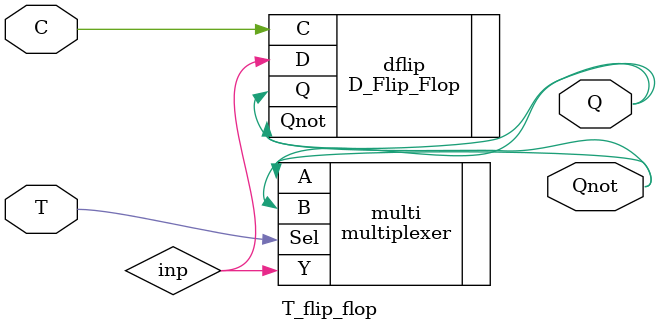
<source format=v>
module T_flip_flop(
    input T,
    input C,
    output Q,
    output Qnot
    );
    
     D_Flip_Flop dflip(
    .D(inp),
    .C(C),
    .Q(Q),
    .Qnot(Qnot)
    );
    
    wire inp;
    
    multiplexer multi(
    .A(Q),
    .B(Qnot),
    .Sel(T),
    .Y(inp)
    );
endmodule

</source>
